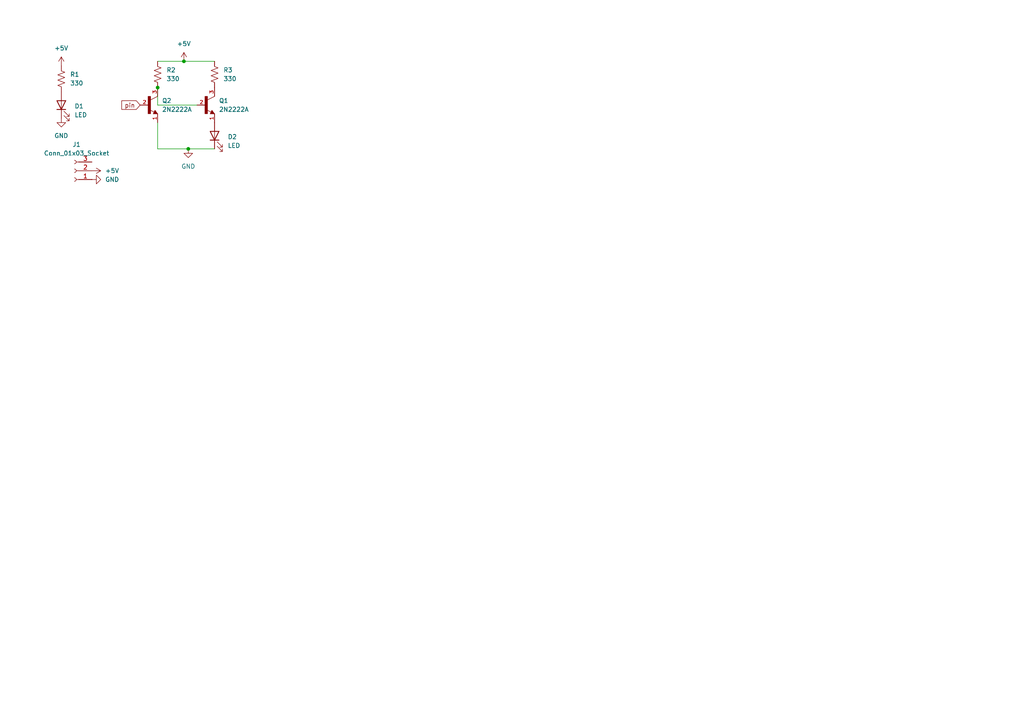
<source format=kicad_sch>
(kicad_sch (version 20231120) (generator "eeschema") (generator_version "8.0")
  (paper "A4")
  (lib_symbols
    (symbol "2N2222A:2N2222A" (pin_names (offset 1.016))
      (property "Reference" "Q" (at -10.16 7.62 0))
      (property "Value" "2N2222A" (at -10.16 -7.62 0))
      (symbol "2N2222A_0_0"
        (rectangle (start -0.254 -2.54) (end 0.508 2.54) (stroke (width 0.1)) (fill (type outline)))
        (polyline (pts (xy 1.27 -2.54) (xy 1.778 -1.524)) (stroke (width 0.1524)))
        (polyline (pts (xy 1.524 -2.413) (xy 2.286 -2.413)) (stroke (width 0.254)))
        (polyline (pts (xy 1.524 -2.286) (xy 1.905 -2.286)) (stroke (width 0.254)))
        (polyline (pts (xy 1.54 -2.04) (xy 0.308 -1.424)) (stroke (width 0.1524)))
        (polyline (pts (xy 1.778 -1.778) (xy 1.524 -2.286)) (stroke (width 0.254)))
        (polyline (pts (xy 1.778 -1.524) (xy 2.54 -2.54)) (stroke (width 0.1524)))
        (polyline (pts (xy 1.905 -2.286) (xy 1.778 -2.032)) (stroke (width 0.254)))
        (polyline (pts (xy 2.286 -2.413) (xy 1.778 -1.778)) (stroke (width 0.254)))
        (polyline (pts (xy 2.54 -2.54) (xy 1.27 -2.54)) (stroke (width 0.1524)))
        (polyline (pts (xy 2.54 2.54) (xy 0.508 1.524)) (stroke (width 0.1524)))
        (pin passive line (at 2.54 -5.08 90) (length 2.54) (name "~") (number "1"))
        (pin passive line (at -2.54 0 0) (length 2.54) (name "~") (number "2"))
        (pin passive line (at 2.54 5.08 270) (length 2.54) (name "~") (number "3"))
      )
    )
    (symbol "Connector:Conn_01x03_Socket" (pin_names (offset 1.016) hide)
      (property "Reference" "J" (at 0 5.08 0))
      (property "Value" "Conn_01x03_Socket" (at 0 -5.08 0))
      (symbol "Conn_01x03_Socket_1_1"
        (arc (start 0 -2.032) (mid -0.5058 -2.54) (end 0 -3.048) (stroke (width 0.1524)))
        (polyline (pts (xy -1.27 -2.54) (xy -0.508 -2.54)) (stroke (width 0.1524)))
        (polyline (pts (xy -1.27 0) (xy -0.508 0)) (stroke (width 0.1524)))
        (polyline (pts (xy -1.27 2.54) (xy -0.508 2.54)) (stroke (width 0.1524)))
        (arc (start 0 0.508) (mid -0.5058 0) (end 0 -0.508) (stroke (width 0.1524)))
        (arc (start 0 3.048) (mid -0.5058 2.54) (end 0 2.032) (stroke (width 0.1524)))
        (pin passive line (at -5.08 2.54 0) (length 3.81) (name "Pin_1") (number "1"))
        (pin passive line (at -5.08 0 0) (length 3.81) (name "Pin_2") (number "2"))
        (pin passive line (at -5.08 -2.54 0) (length 3.81) (name "Pin_3") (number "3"))
      )
    )
    (symbol "Device:LED" (pin_numbers hide) (pin_names (offset 1.016) hide)
      (property "Reference" "D" (at 0 2.54 0))
      (property "Value" "LED" (at 0 -2.54 0))
      (symbol "LED_0_1"
        (polyline (pts (xy -1.27 -1.27) (xy -1.27 1.27)) (stroke (width 0.254)))
        (polyline (pts (xy -1.27 0) (xy 1.27 0)))
        (polyline (pts (xy 1.27 -1.27) (xy 1.27 1.27) (xy -1.27 0) (xy 1.27 -1.27)) (stroke (width 0.254)))
        (polyline (pts (xy -3.048 -0.762) (xy -4.572 -2.286) (xy -3.81 -2.286) (xy -4.572 -2.286) (xy -4.572 -1.524)))
        (polyline (pts (xy -1.778 -0.762) (xy -3.302 -2.286) (xy -2.54 -2.286) (xy -3.302 -2.286) (xy -3.302 -1.524)))
      )
      (symbol "LED_1_1"
        (pin passive line (at -3.81 0 0) (length 2.54) (name "K") (number "1"))
        (pin passive line (at 3.81 0 180) (length 2.54) (name "A") (number "2"))
      )
    )
    (symbol "Device:R_US" (pin_numbers hide) (pin_names (offset 0))
      (property "Reference" "R" (at 2.54 0 90))
      (property "Value" "R_US" (at -2.54 0 90))
      (symbol "R_US_0_1"
        (polyline (pts (xy 0 -2.286) (xy 0 -2.54)))
        (polyline (pts (xy 0 2.286) (xy 0 2.54)))
        (polyline (pts (xy 0 -0.762) (xy 1.016 -1.143) (xy 0 -1.524) (xy -1.016 -1.905) (xy 0 -2.286)))
        (polyline (pts (xy 0 0.762) (xy 1.016 0.381) (xy 0 0) (xy -1.016 -0.381) (xy 0 -0.762)))
        (polyline (pts (xy 0 2.286) (xy 1.016 1.905) (xy 0 1.524) (xy -1.016 1.143) (xy 0 0.762)))
      )
      (symbol "R_US_1_1"
        (pin passive line (at 0 3.81 270) (length 1.27) (name "~") (number "1"))
        (pin passive line (at 0 -3.81 90) (length 1.27) (name "~") (number "2"))
      )
    )
    (symbol "power:+5V" (power) (pin_numbers hide) (pin_names (offset 0) hide)
      (property "Value" "+5V" (at 0 3.556 0))
      (symbol "+5V_0_1"
        (polyline (pts (xy -0.762 1.27) (xy 0 2.54)))
        (polyline (pts (xy 0 0) (xy 0 2.54)))
        (polyline (pts (xy 0 2.54) (xy 0.762 1.27)))
      )
      (symbol "+5V_1_1"
        (pin power_in line (at 0 0 90) (length 0) (name "~") (number "1"))
      )
    )
    (symbol "power:GND" (power) (pin_numbers hide) (pin_names (offset 0) hide)
      (property "Value" "GND" (at 0 -3.81 0))
      (symbol "GND_0_1"
        (polyline (pts (xy 0 0) (xy 0 -1.27) (xy 1.27 -1.27) (xy 0 -2.54) (xy -1.27 -1.27) (xy 0 -1.27)))
      )
      (symbol "GND_1_1"
        (pin power_in line (at 0 0 270) (length 0) (name "~") (number "1"))
      )
    )
  )
  (junction (at 45.72 25.4))
  (junction (at 53.34 17.78))
  (junction (at 54.61 43.18))
  (wire (pts (xy 45.72 43.18) (xy 45.72 35.56)))
  (wire (pts (xy 62.23 43.18) (xy 54.61 43.18)))
  (wire (pts (xy 57.15 30.48) (xy 45.72 30.48)))
  (wire (pts (xy 54.61 43.18) (xy 45.72 43.18)))
  (wire (pts (xy 53.34 17.78) (xy 62.23 17.78)))
  (wire (pts (xy 45.72 30.48) (xy 45.72 25.4)))
  (wire (pts (xy 45.72 17.78) (xy 53.34 17.78)))
  (global_label "pin" (shape input) (at 40.64 30.48 180) (property "Intersheetrefs" "${INTERSHEET_REFS}" (effects (hide yes))))
  (symbol (lib_id "power:GND") (at 26.67 52.07 90) (unit 1)
    (property "Reference" "#PWR05" (effects (hide yes)))
    (property "Value" "GND" (at 30.48 52.0699 90) (effects (justify right)))
    (property "Description" "Power symbol creates a global label with name \"GND\" , ground" (effects (hide yes)))
  )
  (symbol (lib_id "Device:LED") (at 17.78 30.48 90) (unit 1)
    (property "Reference" "D1" (at 21.59 30.7974 90) (effects (justify right)))
    (property "Value" "LED" (at 21.59 33.3374 90) (effects (justify right)))
    (property "Footprint" "LED_THT:LED_D5.0mm" (effects (hide yes)))
    (property "Description" "Light emitting diode" (effects (hide yes)))
  )
  (symbol (lib_id "2N2222A:2N2222A") (at 43.18 30.48 0) (unit 1)
    (property "Reference" "Q2" (at 46.99 29.2099 0) (effects (justify left)))
    (property "Value" "2N2222A" (at 46.99 31.7499 0) (effects (justify left)))
    (property "Footprint" "2N2222A:TO127P584H533-3" (effects (hide yes)))
    (property "MF" "ON Semiconductor" (effects (hide yes)))
    (property "Description_1" "\nBipolar (BJT) Transistor NPN 40 V 800 mA - 500 mW Through Hole TO-18\n" (effects (hide yes)))
    (property "Package" "TO-18 Microsemi" (effects (hide yes)))
    (property "Price" "None" (effects (hide yes)))
    (property "Check_prices" "https://www.snapeda.com/parts/2N2222A/Onsemi/view-part/?ref=eda" (effects (hide yes)))
    (property "STANDARD" "IPC7251" (effects (hide yes)))
    (property "PARTREV" "2" (effects (hide yes)))
    (property "SnapEDA_Link" "https://www.snapeda.com/parts/2N2222A/Onsemi/view-part/?ref=snap" (effects (hide yes)))
    (property "MP" "2N2222A" (effects (hide yes)))
    (property "Availability" "In Stock" (effects (hide yes)))
    (property "MANUFACTURER" "Microsemi" (effects (hide yes)))
  )
  (symbol (lib_id "2N2222A:2N2222A") (at 59.69 30.48 0) (unit 1)
    (property "Reference" "Q1" (at 63.5 29.2099 0) (effects (justify left)))
    (property "Value" "2N2222A" (at 63.5 31.7499 0) (effects (justify left)))
    (property "Footprint" "2N2222A:TO127P584H533-3" (effects (hide yes)))
    (property "MF" "ON Semiconductor" (effects (hide yes)))
    (property "Description_1" "\nBipolar (BJT) Transistor NPN 40 V 800 mA - 500 mW Through Hole TO-18\n" (effects (hide yes)))
    (property "Package" "TO-18 Microsemi" (effects (hide yes)))
    (property "Price" "None" (effects (hide yes)))
    (property "Check_prices" "https://www.snapeda.com/parts/2N2222A/Onsemi/view-part/?ref=eda" (effects (hide yes)))
    (property "STANDARD" "IPC7251" (effects (hide yes)))
    (property "PARTREV" "2" (effects (hide yes)))
    (property "SnapEDA_Link" "https://www.snapeda.com/parts/2N2222A/Onsemi/view-part/?ref=snap" (effects (hide yes)))
    (property "MP" "2N2222A" (effects (hide yes)))
    (property "Availability" "In Stock" (effects (hide yes)))
    (property "MANUFACTURER" "Microsemi" (effects (hide yes)))
  )
  (symbol (lib_id "Device:R_US") (at 62.23 21.59 0) (unit 1)
    (property "Reference" "R3" (at 64.77 20.3199 0) (effects (justify left)))
    (property "Value" "330" (at 64.77 22.8599 0) (effects (justify left)))
    (property "Footprint" "Resistor_SMD:R_0603_1608Metric_Pad0.98x0.95mm_HandSolder" (effects (hide yes)))
    (property "Description" "Resistor, US symbol" (effects (hide yes)))
  )
  (symbol (lib_id "power:+5V") (at 26.67 49.53 270) (unit 1)
    (property "Reference" "#PWR06" (effects (hide yes)))
    (property "Value" "+5V" (at 30.48 49.5299 90) (effects (justify left)))
    (property "Description" "Power symbol creates a global label with name \"+5V\"" (effects (hide yes)))
  )
  (symbol (lib_id "Device:R_US") (at 45.72 21.59 0) (unit 1)
    (property "Reference" "R2" (at 48.26 20.3199 0) (effects (justify left)))
    (property "Value" "330" (at 48.26 22.8599 0) (effects (justify left)))
    (property "Footprint" "Resistor_SMD:R_0603_1608Metric_Pad0.98x0.95mm_HandSolder" (effects (hide yes)))
    (property "Description" "Resistor, US symbol" (effects (hide yes)))
  )
  (symbol (lib_id "power:GND") (at 17.78 34.29 0) (unit 1)
    (property "Reference" "#PWR02" (effects (hide yes)))
    (property "Value" "GND" (at 17.78 39.37 0))
    (property "Description" "Power symbol creates a global label with name \"GND\" , ground" (effects (hide yes)))
  )
  (symbol (lib_id "Device:LED") (at 62.23 39.37 90) (unit 1)
    (property "Reference" "D2" (at 66.04 39.6874 90) (effects (justify right)))
    (property "Value" "LED" (at 66.04 42.2274 90) (effects (justify right)))
    (property "Footprint" "LED_THT:LED_D5.0mm" (effects (hide yes)))
    (property "Description" "Light emitting diode" (effects (hide yes)))
  )
  (symbol (lib_id "Device:R_US") (at 17.78 22.86 0) (unit 1)
    (property "Reference" "R1" (at 20.32 21.5899 0) (effects (justify left)))
    (property "Value" "330" (at 20.32 24.1299 0) (effects (justify left)))
    (property "Footprint" "Resistor_SMD:R_0603_1608Metric_Pad0.98x0.95mm_HandSolder" (effects (hide yes)))
    (property "Description" "Resistor, US symbol" (effects (hide yes)))
  )
  (symbol (lib_id "power:GND") (at 54.61 43.18 0) (unit 1)
    (property "Reference" "#PWR04" (effects (hide yes)))
    (property "Value" "GND" (at 54.61 48.26 0))
    (property "Description" "Power symbol creates a global label with name \"GND\" , ground" (effects (hide yes)))
  )
  (symbol (lib_id "power:+5V") (at 17.78 19.05 0) (unit 1)
    (property "Reference" "#PWR01" (effects (hide yes)))
    (property "Value" "+5V" (at 17.78 13.97 0))
    (property "Description" "Power symbol creates a global label with name \"+5V\"" (effects (hide yes)))
  )
  (symbol (lib_id "Connector:Conn_01x03_Socket") (at 21.59 49.53 180) (unit 1)
    (property "Reference" "J1" (at 22.225 41.91 0))
    (property "Value" "Conn_01x03_Socket" (at 22.225 44.45 0))
    (property "Footprint" "Connector_PinHeader_2.54mm:PinHeader_1x03_P2.54mm_Vertical" (effects (hide yes)))
    (property "Description" "Generic connector, single row, 01x03, script generated" (effects (hide yes)))
  )
  (symbol (lib_id "power:+5V") (at 53.34 17.78 0) (unit 1)
    (property "Reference" "#PWR03" (effects (hide yes)))
    (property "Value" "+5V" (at 53.34 12.7 0))
    (property "Description" "Power symbol creates a global label with name \"+5V\"" (effects (hide yes)))
  )
)
</source>
